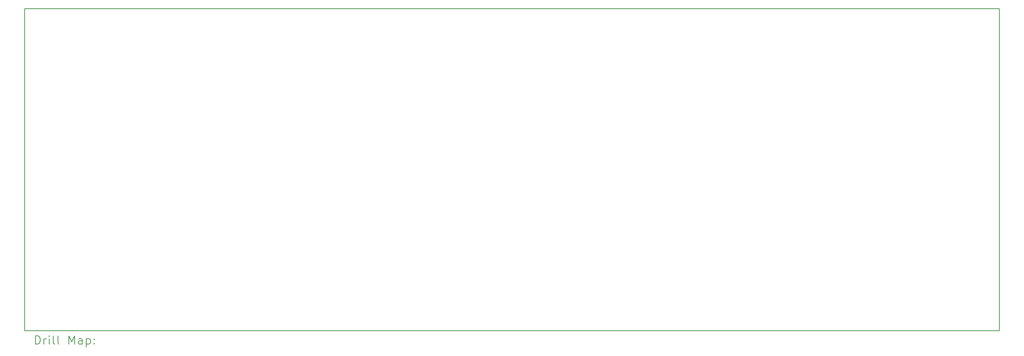
<source format=gbr>
%TF.GenerationSoftware,KiCad,Pcbnew,6.0.8+dfsg-1*%
%TF.CreationDate,2022-10-27T21:27:39-03:00*%
%TF.ProjectId,Calebe94,43616c65-6265-4393-942e-6b696361645f,rev?*%
%TF.SameCoordinates,Original*%
%TF.FileFunction,Drillmap*%
%TF.FilePolarity,Positive*%
%FSLAX45Y45*%
G04 Gerber Fmt 4.5, Leading zero omitted, Abs format (unit mm)*
G04 Created by KiCad (PCBNEW 6.0.8+dfsg-1) date 2022-10-27 21:27:39*
%MOMM*%
%LPD*%
G01*
G04 APERTURE LIST*
%ADD10C,0.150000*%
%ADD11C,0.200000*%
G04 APERTURE END LIST*
D10*
X4000000Y-5585000D02*
X26775000Y-5585000D01*
X26775000Y-5585000D02*
X26775000Y-13125000D01*
X26775000Y-13125000D02*
X4000000Y-13125000D01*
X4000000Y-13125000D02*
X4000000Y-5585000D01*
D11*
X4250119Y-13442976D02*
X4250119Y-13242976D01*
X4297738Y-13242976D01*
X4326310Y-13252500D01*
X4345357Y-13271548D01*
X4354881Y-13290595D01*
X4364405Y-13328690D01*
X4364405Y-13357262D01*
X4354881Y-13395357D01*
X4345357Y-13414405D01*
X4326310Y-13433452D01*
X4297738Y-13442976D01*
X4250119Y-13442976D01*
X4450119Y-13442976D02*
X4450119Y-13309643D01*
X4450119Y-13347738D02*
X4459643Y-13328690D01*
X4469167Y-13319167D01*
X4488214Y-13309643D01*
X4507262Y-13309643D01*
X4573929Y-13442976D02*
X4573929Y-13309643D01*
X4573929Y-13242976D02*
X4564405Y-13252500D01*
X4573929Y-13262024D01*
X4583452Y-13252500D01*
X4573929Y-13242976D01*
X4573929Y-13262024D01*
X4697738Y-13442976D02*
X4678690Y-13433452D01*
X4669167Y-13414405D01*
X4669167Y-13242976D01*
X4802500Y-13442976D02*
X4783452Y-13433452D01*
X4773929Y-13414405D01*
X4773929Y-13242976D01*
X5031071Y-13442976D02*
X5031071Y-13242976D01*
X5097738Y-13385833D01*
X5164405Y-13242976D01*
X5164405Y-13442976D01*
X5345357Y-13442976D02*
X5345357Y-13338214D01*
X5335833Y-13319167D01*
X5316786Y-13309643D01*
X5278690Y-13309643D01*
X5259643Y-13319167D01*
X5345357Y-13433452D02*
X5326310Y-13442976D01*
X5278690Y-13442976D01*
X5259643Y-13433452D01*
X5250119Y-13414405D01*
X5250119Y-13395357D01*
X5259643Y-13376309D01*
X5278690Y-13366786D01*
X5326310Y-13366786D01*
X5345357Y-13357262D01*
X5440595Y-13309643D02*
X5440595Y-13509643D01*
X5440595Y-13319167D02*
X5459643Y-13309643D01*
X5497738Y-13309643D01*
X5516786Y-13319167D01*
X5526310Y-13328690D01*
X5535833Y-13347738D01*
X5535833Y-13404881D01*
X5526310Y-13423928D01*
X5516786Y-13433452D01*
X5497738Y-13442976D01*
X5459643Y-13442976D01*
X5440595Y-13433452D01*
X5621548Y-13423928D02*
X5631071Y-13433452D01*
X5621548Y-13442976D01*
X5612024Y-13433452D01*
X5621548Y-13423928D01*
X5621548Y-13442976D01*
X5621548Y-13319167D02*
X5631071Y-13328690D01*
X5621548Y-13338214D01*
X5612024Y-13328690D01*
X5621548Y-13319167D01*
X5621548Y-13338214D01*
M02*

</source>
